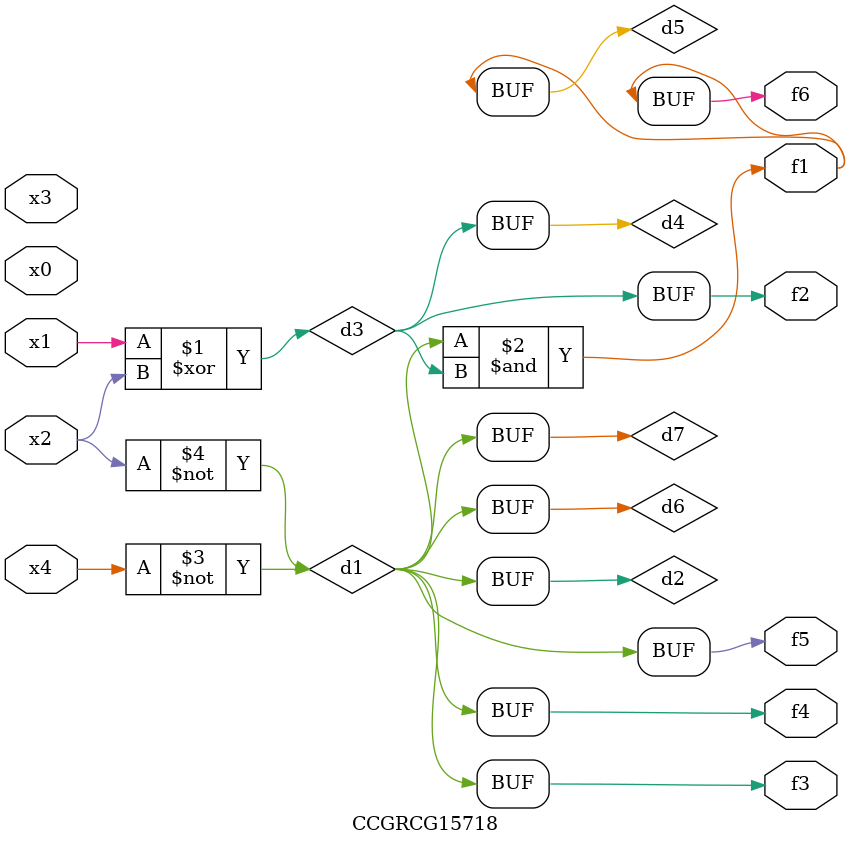
<source format=v>
module CCGRCG15718(
	input x0, x1, x2, x3, x4,
	output f1, f2, f3, f4, f5, f6
);

	wire d1, d2, d3, d4, d5, d6, d7;

	not (d1, x4);
	not (d2, x2);
	xor (d3, x1, x2);
	buf (d4, d3);
	and (d5, d1, d3);
	buf (d6, d1, d2);
	buf (d7, d2);
	assign f1 = d5;
	assign f2 = d4;
	assign f3 = d7;
	assign f4 = d7;
	assign f5 = d7;
	assign f6 = d5;
endmodule

</source>
